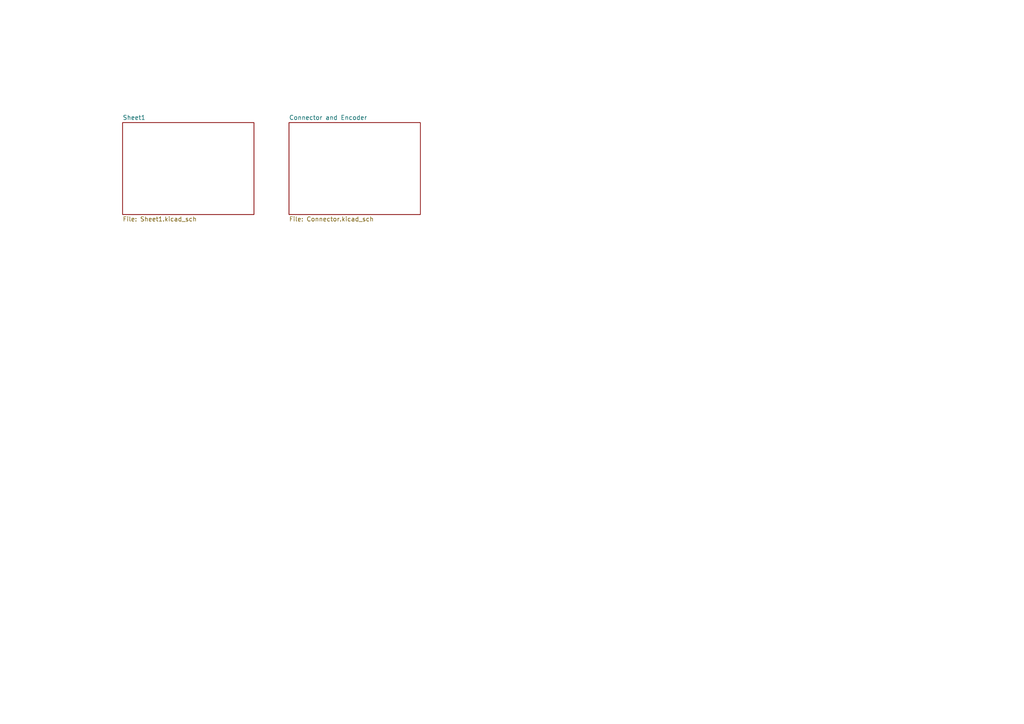
<source format=kicad_sch>
(kicad_sch
	(version 20231120)
	(generator "eeschema")
	(generator_version "8.0")
	(uuid "b1737ac0-d1b4-4da0-972b-0f4bc37d3762")
	(paper "A4")
	(lib_symbols)
	(sheet
		(at 83.82 35.56)
		(size 38.1 26.67)
		(fields_autoplaced yes)
		(stroke
			(width 0.1524)
			(type solid)
		)
		(fill
			(color 0 0 0 0.0000)
		)
		(uuid "0fb8d1cf-2d94-4e78-82ca-ab3f3de2e39f")
		(property "Sheetname" "Connector and Encoder"
			(at 83.82 34.8484 0)
			(effects
				(font
					(size 1.27 1.27)
				)
				(justify left bottom)
			)
		)
		(property "Sheetfile" "Connector.kicad_sch"
			(at 83.82 62.8146 0)
			(effects
				(font
					(size 1.27 1.27)
				)
				(justify left top)
			)
		)
		(instances
			(project "Display"
				(path "/b1737ac0-d1b4-4da0-972b-0f4bc37d3762"
					(page "3")
				)
			)
		)
	)
	(sheet
		(at 35.56 35.56)
		(size 38.1 26.67)
		(fields_autoplaced yes)
		(stroke
			(width 0.1524)
			(type solid)
		)
		(fill
			(color 0 0 0 0.0000)
		)
		(uuid "277a537b-a5dc-45fa-b3f8-bc502146a7ce")
		(property "Sheetname" "Sheet1"
			(at 35.56 34.8484 0)
			(effects
				(font
					(size 1.27 1.27)
				)
				(justify left bottom)
			)
		)
		(property "Sheetfile" "Sheet1.kicad_sch"
			(at 35.56 62.8146 0)
			(effects
				(font
					(size 1.27 1.27)
				)
				(justify left top)
			)
		)
		(instances
			(project "Display"
				(path "/b1737ac0-d1b4-4da0-972b-0f4bc37d3762"
					(page "2")
				)
			)
		)
	)
	(sheet_instances
		(path "/"
			(page "1")
		)
	)
)

</source>
